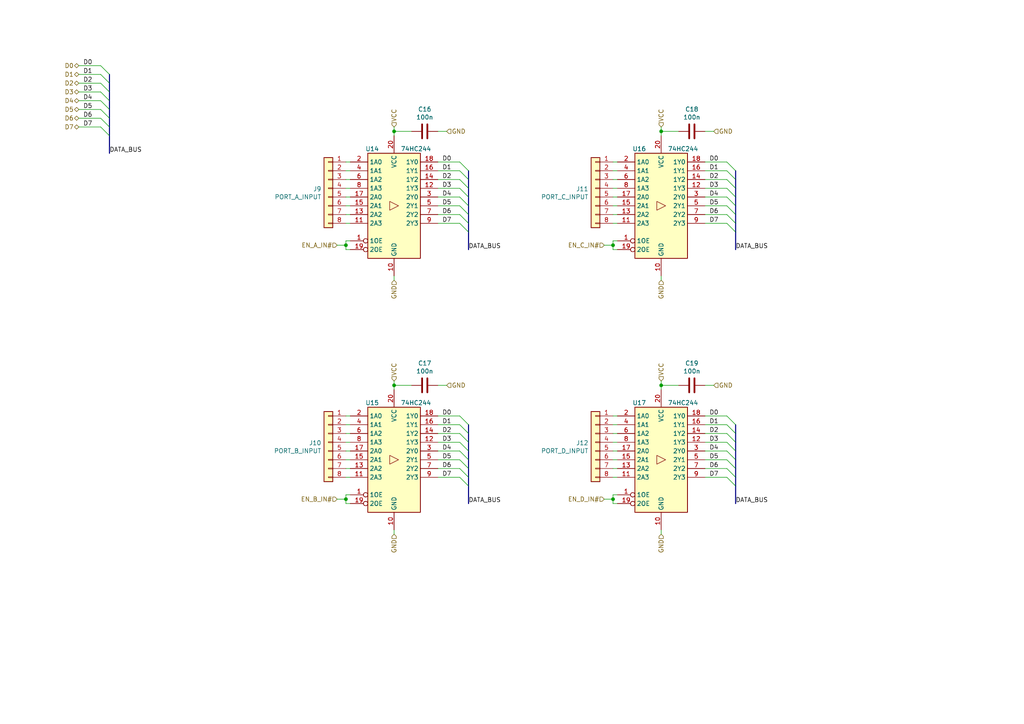
<source format=kicad_sch>
(kicad_sch (version 20211123) (generator eeschema)
  (paper "A4")
  (title_block (title "ZComputer I/O Ports INPUT") (date "2021-10-11") (rev "v1.0") (company "Maxime Chretien") (comment 1 "mchretien@linuxmail.org"))
  (lib_symbols
    (symbol "74xx:74HC244"
      (property "Reference" "U" (at -7.62 16.51 0))
      (property "Value" "74HC244" (at -7.62 -16.51 0))
      (symbol "74HC244_1_0"
        (polyline (pts (xy 1.27 0) (xy -1.27 1.27) (xy -1.27 -1.27) (xy 1.27 0)) (stroke (width 0.1524)))
        (pin input inverted (at -12.7 -10.16 0) (length 5.08) (name "1OE") (number "1"))
        (pin power_in line (at 0 -20.32 90) (length 5.08) (name "GND") (number "10"))
        (pin input line (at -12.7 -5.08 0) (length 5.08) (name "2A3") (number "11"))
        (pin tri_state line (at 12.7 5.08 180) (length 5.08) (name "1Y3") (number "12"))
        (pin input line (at -12.7 -2.54 0) (length 5.08) (name "2A2") (number "13"))
        (pin tri_state line (at 12.7 7.62 180) (length 5.08) (name "1Y2") (number "14"))
        (pin input line (at -12.7 0 0) (length 5.08) (name "2A1") (number "15"))
        (pin tri_state line (at 12.7 10.16 180) (length 5.08) (name "1Y1") (number "16"))
        (pin input line (at -12.7 2.54 0) (length 5.08) (name "2A0") (number "17"))
        (pin tri_state line (at 12.7 12.7 180) (length 5.08) (name "1Y0") (number "18"))
        (pin input inverted (at -12.7 -12.7 0) (length 5.08) (name "2OE") (number "19"))
        (pin input line (at -12.7 12.7 0) (length 5.08) (name "1A0") (number "2"))
        (pin power_in line (at 0 20.32 270) (length 5.08) (name "VCC") (number "20"))
        (pin tri_state line (at 12.7 2.54 180) (length 5.08) (name "2Y0") (number "3"))
        (pin input line (at -12.7 10.16 0) (length 5.08) (name "1A1") (number "4"))
        (pin tri_state line (at 12.7 0 180) (length 5.08) (name "2Y1") (number "5"))
        (pin input line (at -12.7 7.62 0) (length 5.08) (name "1A2") (number "6"))
        (pin tri_state line (at 12.7 -2.54 180) (length 5.08) (name "2Y2") (number "7"))
        (pin input line (at -12.7 5.08 0) (length 5.08) (name "1A3") (number "8"))
        (pin tri_state line (at 12.7 -5.08 180) (length 5.08) (name "2Y3") (number "9"))
      )
      (symbol "74HC244_1_1"
        (rectangle (start -7.62 15.24) (end 7.62 -15.24) (stroke (width 0.254)) (fill (type background)))
      )
    )
    (symbol "Connector_Generic:Conn_01x08" (pin_names (offset 1.016) hide)
      (property "Reference" "J" (at 0 10.16 0))
      (property "Value" "Conn_01x08" (at 0 -12.7 0))
      (symbol "Conn_01x08_1_1"
        (rectangle (start -1.27 -10.033) (end 0 -10.287) (stroke (width 0.1524)))
        (rectangle (start -1.27 -7.493) (end 0 -7.747) (stroke (width 0.1524)))
        (rectangle (start -1.27 -4.953) (end 0 -5.207) (stroke (width 0.1524)))
        (rectangle (start -1.27 -2.413) (end 0 -2.667) (stroke (width 0.1524)))
        (rectangle (start -1.27 0.127) (end 0 -0.127) (stroke (width 0.1524)))
        (rectangle (start -1.27 2.667) (end 0 2.413) (stroke (width 0.1524)))
        (rectangle (start -1.27 5.207) (end 0 4.953) (stroke (width 0.1524)))
        (rectangle (start -1.27 7.747) (end 0 7.493) (stroke (width 0.1524)))
        (rectangle (start -1.27 8.89) (end 1.27 -11.43) (stroke (width 0.254)) (fill (type background)))
        (pin passive line (at -5.08 7.62 0) (length 3.81) (name "Pin_1") (number "1"))
        (pin passive line (at -5.08 5.08 0) (length 3.81) (name "Pin_2") (number "2"))
        (pin passive line (at -5.08 2.54 0) (length 3.81) (name "Pin_3") (number "3"))
        (pin passive line (at -5.08 0 0) (length 3.81) (name "Pin_4") (number "4"))
        (pin passive line (at -5.08 -2.54 0) (length 3.81) (name "Pin_5") (number "5"))
        (pin passive line (at -5.08 -5.08 0) (length 3.81) (name "Pin_6") (number "6"))
        (pin passive line (at -5.08 -7.62 0) (length 3.81) (name "Pin_7") (number "7"))
        (pin passive line (at -5.08 -10.16 0) (length 3.81) (name "Pin_8") (number "8"))
      )
    )
    (symbol "Device:C" (pin_numbers hide) (pin_names (offset 0.254))
      (property "Reference" "C" (at 0.635 2.54 0))
      (property "Value" "C" (at 0.635 -2.54 0))
      (symbol "C_0_1"
        (polyline (pts (xy -2.032 -0.762) (xy 2.032 -0.762)) (stroke (width 0.508)))
        (polyline (pts (xy -2.032 0.762) (xy 2.032 0.762)) (stroke (width 0.508)))
      )
      (symbol "C_1_1"
        (pin passive line (at 0 3.81 270) (length 2.794) (name "~") (number "1"))
        (pin passive line (at 0 -3.81 90) (length 2.794) (name "~") (number "2"))
      )
    )
  )
  (junction (at 191.77 111.76))
  (junction (at 177.8 71.12))
  (junction (at 177.8 144.78))
  (junction (at 191.77 38.1))
  (junction (at 114.3 38.1))
  (junction (at 100.33 71.12))
  (junction (at 114.3 111.76))
  (junction (at 100.33 144.78))
  (bus_entry (at 133.35 52.07) (size 2.54 2.54))
  (bus_entry (at 29.21 19.05) (size 2.54 2.54))
  (bus_entry (at 133.35 49.53) (size 2.54 2.54))
  (bus_entry (at 29.21 31.75) (size 2.54 2.54))
  (bus_entry (at 210.82 64.77) (size 2.54 2.54))
  (bus_entry (at 29.21 21.59) (size 2.54 2.54))
  (bus_entry (at 210.82 123.19) (size 2.54 2.54))
  (bus_entry (at 29.21 26.67) (size 2.54 2.54))
  (bus_entry (at 210.82 128.27) (size 2.54 2.54))
  (bus_entry (at 210.82 59.69) (size 2.54 2.54))
  (bus_entry (at 133.35 135.89) (size 2.54 2.54))
  (bus_entry (at 210.82 125.73) (size 2.54 2.54))
  (bus_entry (at 29.21 36.83) (size 2.54 2.54))
  (bus_entry (at 133.35 57.15) (size 2.54 2.54))
  (bus_entry (at 133.35 138.43) (size 2.54 2.54))
  (bus_entry (at 210.82 133.35) (size 2.54 2.54))
  (bus_entry (at 210.82 57.15) (size 2.54 2.54))
  (bus_entry (at 29.21 24.13) (size 2.54 2.54))
  (bus_entry (at 210.82 138.43) (size 2.54 2.54))
  (bus_entry (at 133.35 64.77) (size 2.54 2.54))
  (bus_entry (at 133.35 133.35) (size 2.54 2.54))
  (bus_entry (at 133.35 62.23) (size 2.54 2.54))
  (bus_entry (at 210.82 54.61) (size 2.54 2.54))
  (bus_entry (at 210.82 135.89) (size 2.54 2.54))
  (bus_entry (at 29.21 34.29) (size 2.54 2.54))
  (bus_entry (at 210.82 120.65) (size 2.54 2.54))
  (bus_entry (at 133.35 59.69) (size 2.54 2.54))
  (bus_entry (at 133.35 125.73) (size 2.54 2.54))
  (bus_entry (at 29.21 29.21) (size 2.54 2.54))
  (bus_entry (at 133.35 54.61) (size 2.54 2.54))
  (bus_entry (at 133.35 130.81) (size 2.54 2.54))
  (bus_entry (at 133.35 46.99) (size 2.54 2.54))
  (bus_entry (at 133.35 128.27) (size 2.54 2.54))
  (bus_entry (at 210.82 49.53) (size 2.54 2.54))
  (bus_entry (at 210.82 52.07) (size 2.54 2.54))
  (bus_entry (at 210.82 62.23) (size 2.54 2.54))
  (bus_entry (at 133.35 120.65) (size 2.54 2.54))
  (bus_entry (at 133.35 123.19) (size 2.54 2.54))
  (bus_entry (at 210.82 130.81) (size 2.54 2.54))
  (bus_entry (at 210.82 46.99) (size 2.54 2.54))
  (wire (pts (xy 114.3 110.49) (xy 114.3 111.76)))
  (wire (pts (xy 177.8 138.43) (xy 179.07 138.43)))
  (wire (pts (xy 179.07 62.23) (xy 177.8 62.23)))
  (bus (pts (xy 213.36 140.97) (xy 213.36 146.05)))
  (bus (pts (xy 213.36 133.35) (xy 213.36 135.89)))
  (wire (pts (xy 127 64.77) (xy 133.35 64.77)))
  (bus (pts (xy 31.75 26.67) (xy 31.75 29.21)))
  (wire (pts (xy 97.79 144.78) (xy 100.33 144.78)))
  (wire (pts (xy 204.47 64.77) (xy 210.82 64.77)))
  (bus (pts (xy 135.89 52.07) (xy 135.89 54.61)))
  (wire (pts (xy 191.77 80.01) (xy 191.77 81.28)))
  (bus (pts (xy 31.75 21.59) (xy 31.75 24.13)))
  (wire (pts (xy 114.3 36.83) (xy 114.3 38.1)))
  (wire (pts (xy 204.47 125.73) (xy 210.82 125.73)))
  (wire (pts (xy 204.47 57.15) (xy 210.82 57.15)))
  (wire (pts (xy 179.07 135.89) (xy 177.8 135.89)))
  (bus (pts (xy 31.75 31.75) (xy 31.75 34.29)))
  (wire (pts (xy 101.6 125.73) (xy 100.33 125.73)))
  (bus (pts (xy 213.36 123.19) (xy 213.36 125.73)))
  (wire (pts (xy 204.47 59.69) (xy 210.82 59.69)))
  (wire (pts (xy 177.8 64.77) (xy 179.07 64.77)))
  (wire (pts (xy 100.33 69.85) (xy 100.33 71.12)))
  (bus (pts (xy 213.36 125.73) (xy 213.36 128.27)))
  (wire (pts (xy 204.47 49.53) (xy 210.82 49.53)))
  (wire (pts (xy 127 52.07) (xy 133.35 52.07)))
  (wire (pts (xy 177.8 72.39) (xy 179.07 72.39)))
  (wire (pts (xy 101.6 57.15) (xy 100.33 57.15)))
  (wire (pts (xy 101.6 135.89) (xy 100.33 135.89)))
  (wire (pts (xy 114.3 153.67) (xy 114.3 154.94)))
  (wire (pts (xy 29.21 19.05) (xy 22.86 19.05)))
  (wire (pts (xy 204.47 111.76) (xy 207.01 111.76)))
  (wire (pts (xy 101.6 130.81) (xy 100.33 130.81)))
  (bus (pts (xy 135.89 67.31) (xy 135.89 72.39)))
  (wire (pts (xy 100.33 59.69) (xy 101.6 59.69)))
  (wire (pts (xy 119.38 111.76) (xy 114.3 111.76)))
  (wire (pts (xy 101.6 46.99) (xy 100.33 46.99)))
  (bus (pts (xy 135.89 123.19) (xy 135.89 125.73)))
  (wire (pts (xy 100.33 146.05) (xy 101.6 146.05)))
  (wire (pts (xy 177.8 146.05) (xy 179.07 146.05)))
  (wire (pts (xy 22.86 29.21) (xy 29.21 29.21)))
  (wire (pts (xy 177.8 59.69) (xy 179.07 59.69)))
  (wire (pts (xy 22.86 24.13) (xy 29.21 24.13)))
  (wire (pts (xy 100.33 128.27) (xy 101.6 128.27)))
  (wire (pts (xy 177.8 54.61) (xy 179.07 54.61)))
  (bus (pts (xy 135.89 128.27) (xy 135.89 130.81)))
  (bus (pts (xy 31.75 36.83) (xy 31.75 39.37)))
  (wire (pts (xy 191.77 38.1) (xy 191.77 39.37)))
  (wire (pts (xy 114.3 111.76) (xy 114.3 113.03)))
  (bus (pts (xy 213.36 57.15) (xy 213.36 59.69)))
  (wire (pts (xy 119.38 38.1) (xy 114.3 38.1)))
  (wire (pts (xy 100.33 138.43) (xy 101.6 138.43)))
  (wire (pts (xy 204.47 130.81) (xy 210.82 130.81)))
  (wire (pts (xy 179.07 69.85) (xy 177.8 69.85)))
  (bus (pts (xy 135.89 59.69) (xy 135.89 62.23)))
  (wire (pts (xy 175.26 144.78) (xy 177.8 144.78)))
  (wire (pts (xy 100.33 143.51) (xy 100.33 144.78)))
  (wire (pts (xy 127 125.73) (xy 133.35 125.73)))
  (wire (pts (xy 204.47 52.07) (xy 210.82 52.07)))
  (bus (pts (xy 135.89 140.97) (xy 135.89 146.05)))
  (wire (pts (xy 179.07 120.65) (xy 177.8 120.65)))
  (wire (pts (xy 179.07 52.07) (xy 177.8 52.07)))
  (bus (pts (xy 213.36 67.31) (xy 213.36 72.39)))
  (wire (pts (xy 127 57.15) (xy 133.35 57.15)))
  (bus (pts (xy 135.89 138.43) (xy 135.89 140.97)))
  (wire (pts (xy 133.35 46.99) (xy 127 46.99)))
  (wire (pts (xy 177.8 133.35) (xy 179.07 133.35)))
  (wire (pts (xy 204.47 133.35) (xy 210.82 133.35)))
  (wire (pts (xy 101.6 52.07) (xy 100.33 52.07)))
  (bus (pts (xy 213.36 135.89) (xy 213.36 138.43)))
  (wire (pts (xy 22.86 34.29) (xy 29.21 34.29)))
  (wire (pts (xy 210.82 120.65) (xy 204.47 120.65)))
  (wire (pts (xy 127 133.35) (xy 133.35 133.35)))
  (bus (pts (xy 135.89 130.81) (xy 135.89 133.35)))
  (wire (pts (xy 179.07 46.99) (xy 177.8 46.99)))
  (wire (pts (xy 101.6 62.23) (xy 100.33 62.23)))
  (wire (pts (xy 175.26 71.12) (xy 177.8 71.12)))
  (wire (pts (xy 177.8 69.85) (xy 177.8 71.12)))
  (wire (pts (xy 177.8 144.78) (xy 177.8 146.05)))
  (bus (pts (xy 135.89 49.53) (xy 135.89 52.07)))
  (wire (pts (xy 177.8 71.12) (xy 177.8 72.39)))
  (bus (pts (xy 31.75 29.21) (xy 31.75 31.75)))
  (wire (pts (xy 101.6 143.51) (xy 100.33 143.51)))
  (wire (pts (xy 179.07 130.81) (xy 177.8 130.81)))
  (wire (pts (xy 127 54.61) (xy 133.35 54.61)))
  (wire (pts (xy 101.6 69.85) (xy 100.33 69.85)))
  (wire (pts (xy 100.33 144.78) (xy 100.33 146.05)))
  (wire (pts (xy 177.8 143.51) (xy 177.8 144.78)))
  (wire (pts (xy 127 49.53) (xy 133.35 49.53)))
  (wire (pts (xy 191.77 153.67) (xy 191.77 154.94)))
  (wire (pts (xy 179.07 57.15) (xy 177.8 57.15)))
  (wire (pts (xy 101.6 120.65) (xy 100.33 120.65)))
  (bus (pts (xy 213.36 59.69) (xy 213.36 62.23)))
  (wire (pts (xy 179.07 125.73) (xy 177.8 125.73)))
  (wire (pts (xy 127 62.23) (xy 133.35 62.23)))
  (wire (pts (xy 22.86 21.59) (xy 29.21 21.59)))
  (wire (pts (xy 204.47 62.23) (xy 210.82 62.23)))
  (bus (pts (xy 135.89 64.77) (xy 135.89 67.31)))
  (wire (pts (xy 100.33 72.39) (xy 101.6 72.39)))
  (wire (pts (xy 22.86 26.67) (xy 29.21 26.67)))
  (wire (pts (xy 127 59.69) (xy 133.35 59.69)))
  (wire (pts (xy 204.47 38.1) (xy 207.01 38.1)))
  (wire (pts (xy 127 111.76) (xy 129.54 111.76)))
  (wire (pts (xy 100.33 54.61) (xy 101.6 54.61)))
  (wire (pts (xy 127 38.1) (xy 129.54 38.1)))
  (wire (pts (xy 97.79 71.12) (xy 100.33 71.12)))
  (wire (pts (xy 22.86 36.83) (xy 29.21 36.83)))
  (bus (pts (xy 213.36 64.77) (xy 213.36 67.31)))
  (wire (pts (xy 100.33 133.35) (xy 101.6 133.35)))
  (bus (pts (xy 213.36 52.07) (xy 213.36 54.61)))
  (wire (pts (xy 114.3 38.1) (xy 114.3 39.37)))
  (bus (pts (xy 135.89 54.61) (xy 135.89 57.15)))
  (wire (pts (xy 191.77 36.83) (xy 191.77 38.1)))
  (wire (pts (xy 204.47 128.27) (xy 210.82 128.27)))
  (wire (pts (xy 204.47 138.43) (xy 210.82 138.43)))
  (wire (pts (xy 179.07 143.51) (xy 177.8 143.51)))
  (wire (pts (xy 22.86 31.75) (xy 29.21 31.75)))
  (wire (pts (xy 210.82 46.99) (xy 204.47 46.99)))
  (wire (pts (xy 127 123.19) (xy 133.35 123.19)))
  (wire (pts (xy 177.8 128.27) (xy 179.07 128.27)))
  (wire (pts (xy 196.85 38.1) (xy 191.77 38.1)))
  (bus (pts (xy 31.75 39.37) (xy 31.75 44.45)))
  (bus (pts (xy 31.75 24.13) (xy 31.75 26.67)))
  (wire (pts (xy 127 128.27) (xy 133.35 128.27)))
  (bus (pts (xy 135.89 62.23) (xy 135.89 64.77)))
  (wire (pts (xy 100.33 123.19) (xy 101.6 123.19)))
  (wire (pts (xy 114.3 80.01) (xy 114.3 81.28)))
  (wire (pts (xy 177.8 123.19) (xy 179.07 123.19)))
  (wire (pts (xy 204.47 123.19) (xy 210.82 123.19)))
  (bus (pts (xy 213.36 128.27) (xy 213.36 130.81)))
  (wire (pts (xy 196.85 111.76) (xy 191.77 111.76)))
  (bus (pts (xy 213.36 49.53) (xy 213.36 52.07)))
  (bus (pts (xy 213.36 62.23) (xy 213.36 64.77)))
  (bus (pts (xy 31.75 34.29) (xy 31.75 36.83)))
  (wire (pts (xy 100.33 49.53) (xy 101.6 49.53)))
  (wire (pts (xy 127 130.81) (xy 133.35 130.81)))
  (wire (pts (xy 127 138.43) (xy 133.35 138.43)))
  (bus (pts (xy 135.89 135.89) (xy 135.89 138.43)))
  (bus (pts (xy 135.89 57.15) (xy 135.89 59.69)))
  (wire (pts (xy 191.77 110.49) (xy 191.77 111.76)))
  (wire (pts (xy 100.33 71.12) (xy 100.33 72.39)))
  (wire (pts (xy 133.35 120.65) (xy 127 120.65)))
  (bus (pts (xy 135.89 133.35) (xy 135.89 135.89)))
  (wire (pts (xy 127 135.89) (xy 133.35 135.89)))
  (bus (pts (xy 213.36 130.81) (xy 213.36 133.35)))
  (bus (pts (xy 213.36 138.43) (xy 213.36 140.97)))
  (bus (pts (xy 135.89 125.73) (xy 135.89 128.27)))
  (wire (pts (xy 177.8 49.53) (xy 179.07 49.53)))
  (bus (pts (xy 213.36 54.61) (xy 213.36 57.15)))
  (wire (pts (xy 100.33 64.77) (xy 101.6 64.77)))
  (wire (pts (xy 191.77 111.76) (xy 191.77 113.03)))
  (wire (pts (xy 204.47 54.61) (xy 210.82 54.61)))
  (wire (pts (xy 204.47 135.89) (xy 210.82 135.89)))
  (label "D3" (at 128.27 54.61 0))
  (label "D2" (at 24.13 24.13 0))
  (label "D6" (at 128.27 135.89 0))
  (label "D7" (at 128.27 64.77 0))
  (label "D5" (at 128.27 133.35 0))
  (label "D6" (at 205.74 62.23 0))
  (label "D1" (at 205.74 123.19 0))
  (label "D4" (at 128.27 57.15 0))
  (label "D1" (at 24.13 21.59 0))
  (label "D6" (at 205.74 135.89 0))
  (label "D5" (at 128.27 59.69 0))
  (label "D3" (at 24.13 26.67 0))
  (label "D4" (at 128.27 130.81 0))
  (label "D7" (at 24.13 36.83 0))
  (label "DATA_BUS" (at 213.36 146.05 0))
  (label "D3" (at 205.74 54.61 0))
  (label "D2" (at 128.27 125.73 0))
  (label "D3" (at 128.27 128.27 0))
  (label "DATA_BUS" (at 213.36 72.39 0))
  (label "D6" (at 24.13 34.29 0))
  (label "DATA_BUS" (at 31.75 44.45 0))
  (label "D7" (at 205.74 138.43 0))
  (label "D2" (at 205.74 125.73 0))
  (label "D1" (at 128.27 49.53 0))
  (label "DATA_BUS" (at 135.89 72.39 0))
  (label "DATA_BUS" (at 135.89 146.05 0))
  (label "D2" (at 128.27 52.07 0))
  (label "D1" (at 128.27 123.19 0))
  (label "D3" (at 205.74 128.27 0))
  (label "D5" (at 205.74 133.35 0))
  (label "D5" (at 205.74 59.69 0))
  (label "D4" (at 205.74 130.81 0))
  (label "D6" (at 128.27 62.23 0))
  (label "D0" (at 128.27 46.99 0))
  (label "D4" (at 205.74 57.15 0))
  (label "D7" (at 205.74 64.77 0))
  (label "D0" (at 128.27 120.65 0))
  (label "D4" (at 24.13 29.21 0))
  (label "D0" (at 205.74 120.65 0))
  (label "D0" (at 205.74 46.99 0))
  (label "D5" (at 24.13 31.75 0))
  (label "D0" (at 24.13 19.05 0))
  (label "D1" (at 205.74 49.53 0))
  (label "D7" (at 128.27 138.43 0))
  (label "D2" (at 205.74 52.07 0))
  (hierarchical_label "EN_A_IN#" (shape input) (at 97.79 71.12 180))
  (hierarchical_label "VCC" (shape input) (at 191.77 110.49 90))
  (hierarchical_label "D1" (shape bidirectional) (at 22.86 21.59 180))
  (hierarchical_label "EN_D_IN#" (shape input) (at 175.26 144.78 180))
  (hierarchical_label "EN_B_IN#" (shape input) (at 97.79 144.78 180))
  (hierarchical_label "D6" (shape bidirectional) (at 22.86 34.29 180))
  (hierarchical_label "GND" (shape input) (at 129.54 38.1 0))
  (hierarchical_label "D4" (shape bidirectional) (at 22.86 29.21 180))
  (hierarchical_label "VCC" (shape input) (at 114.3 36.83 90))
  (hierarchical_label "GND" (shape input) (at 191.77 81.28 270))
  (hierarchical_label "D5" (shape bidirectional) (at 22.86 31.75 180))
  (hierarchical_label "GND" (shape input) (at 191.77 154.94 270))
  (hierarchical_label "GND" (shape input) (at 114.3 154.94 270))
  (hierarchical_label "EN_C_IN#" (shape input) (at 175.26 71.12 180))
  (hierarchical_label "GND" (shape input) (at 207.01 38.1 0))
  (hierarchical_label "VCC" (shape input) (at 114.3 110.49 90))
  (hierarchical_label "VCC" (shape input) (at 191.77 36.83 90))
  (hierarchical_label "D2" (shape bidirectional) (at 22.86 24.13 180))
  (hierarchical_label "GND" (shape input) (at 114.3 81.28 270))
  (hierarchical_label "D7" (shape bidirectional) (at 22.86 36.83 180))
  (hierarchical_label "D3" (shape bidirectional) (at 22.86 26.67 180))
  (hierarchical_label "GND" (shape input) (at 207.01 111.76 0))
  (hierarchical_label "GND" (shape input) (at 129.54 111.76 0))
  (hierarchical_label "D0" (shape bidirectional) (at 22.86 19.05 180))
  (symbol (lib_id "74xx:74HC244") (at 114.3 59.69 0) (unit 1)
    (property "Reference" "U14" (at 107.95 43.18 0))
    (property "Value" "74HC244" (at 120.65 43.18 0))
    (property "Datasheet" "https://assets.nexperia.com/documents/data-sheet/74HC_HCT244.pdf" (effects hide))
  )
  (symbol (lib_id "74xx:74HC244") (at 191.77 59.69 0) (unit 1)
    (property "Reference" "U16" (at 185.42 43.18 0))
    (property "Value" "74HC244" (at 198.12 43.18 0))
    (property "Datasheet" "https://assets.nexperia.com/documents/data-sheet/74HC_HCT244.pdf" (effects hide))
  )
  (symbol (lib_id "74xx:74HC244") (at 114.3 133.35 0) (unit 1)
    (property "Reference" "U15" (at 107.95 116.84 0))
    (property "Value" "74HC244" (at 120.65 116.84 0))
    (property "Datasheet" "https://assets.nexperia.com/documents/data-sheet/74HC_HCT244.pdf" (effects hide))
  )
  (symbol (lib_id "74xx:74HC244") (at 191.77 133.35 0) (unit 1)
    (property "Reference" "U17" (at 185.42 116.84 0))
    (property "Value" "74HC244" (at 198.12 116.84 0))
    (property "Datasheet" "https://assets.nexperia.com/documents/data-sheet/74HC_HCT244.pdf" (effects hide))
  )
  (symbol (lib_id "Connector_Generic:Conn_01x08") (at 95.25 54.61 0) (mirror y) (unit 1)
    (property "Reference" "J9" (at 93.218 54.8132 0) (effects (justify left)))
    (property "Value" "PORT_A_INPUT" (at 93.218 57.1246 0) (effects (justify left)))
  )
  (symbol (lib_id "Connector_Generic:Conn_01x08") (at 172.72 54.61 0) (mirror y) (unit 1)
    (property "Reference" "J11" (at 170.688 54.8132 0) (effects (justify left)))
    (property "Value" "PORT_C_INPUT" (at 170.688 57.1246 0) (effects (justify left)))
  )
  (symbol (lib_id "Connector_Generic:Conn_01x08") (at 95.25 128.27 0) (mirror y) (unit 1)
    (property "Reference" "J10" (at 93.218 128.4732 0) (effects (justify left)))
    (property "Value" "PORT_B_INPUT" (at 93.218 130.7846 0) (effects (justify left)))
  )
  (symbol (lib_id "Connector_Generic:Conn_01x08") (at 172.72 128.27 0) (mirror y) (unit 1)
    (property "Reference" "J12" (at 170.688 128.4732 0) (effects (justify left)))
    (property "Value" "PORT_D_INPUT" (at 170.688 130.7846 0) (effects (justify left)))
  )
  (symbol (lib_id "Device:C") (at 123.19 38.1 270) (unit 1)
    (property "Reference" "C16" (at 123.19 31.6992 90))
    (property "Value" "100n" (at 123.19 34.0106 90))
  )
  (symbol (lib_id "Device:C") (at 200.66 38.1 270) (unit 1)
    (property "Reference" "C18" (at 200.66 31.6992 90))
    (property "Value" "100n" (at 200.66 34.0106 90))
  )
  (symbol (lib_id "Device:C") (at 123.19 111.76 270) (unit 1)
    (property "Reference" "C17" (at 123.19 105.3592 90))
    (property "Value" "100n" (at 123.19 107.6706 90))
  )
  (symbol (lib_id "Device:C") (at 200.66 111.76 270) (unit 1)
    (property "Reference" "C19" (at 200.66 105.3592 90))
    (property "Value" "100n" (at 200.66 107.6706 90))
  )
)
</source>
